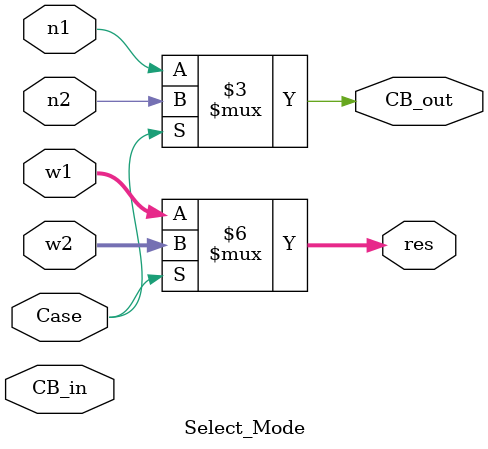
<source format=v>

module Select_Mode 
	#(parameter N = 4)	
(
	input wire [N-1:0] 	w1,w2,
	input wire				CB_in, Case, n1, n2,
	output reg [N-1:0]	res,
	output reg				CB_out
);

	always @(*) 
		begin
			case(Case)
				1'b0: 	begin res = w1; CB_out = n1; end
				default: begin res = w2; CB_out = n2; end
			endcase

		end
		
endmodule 
</source>
